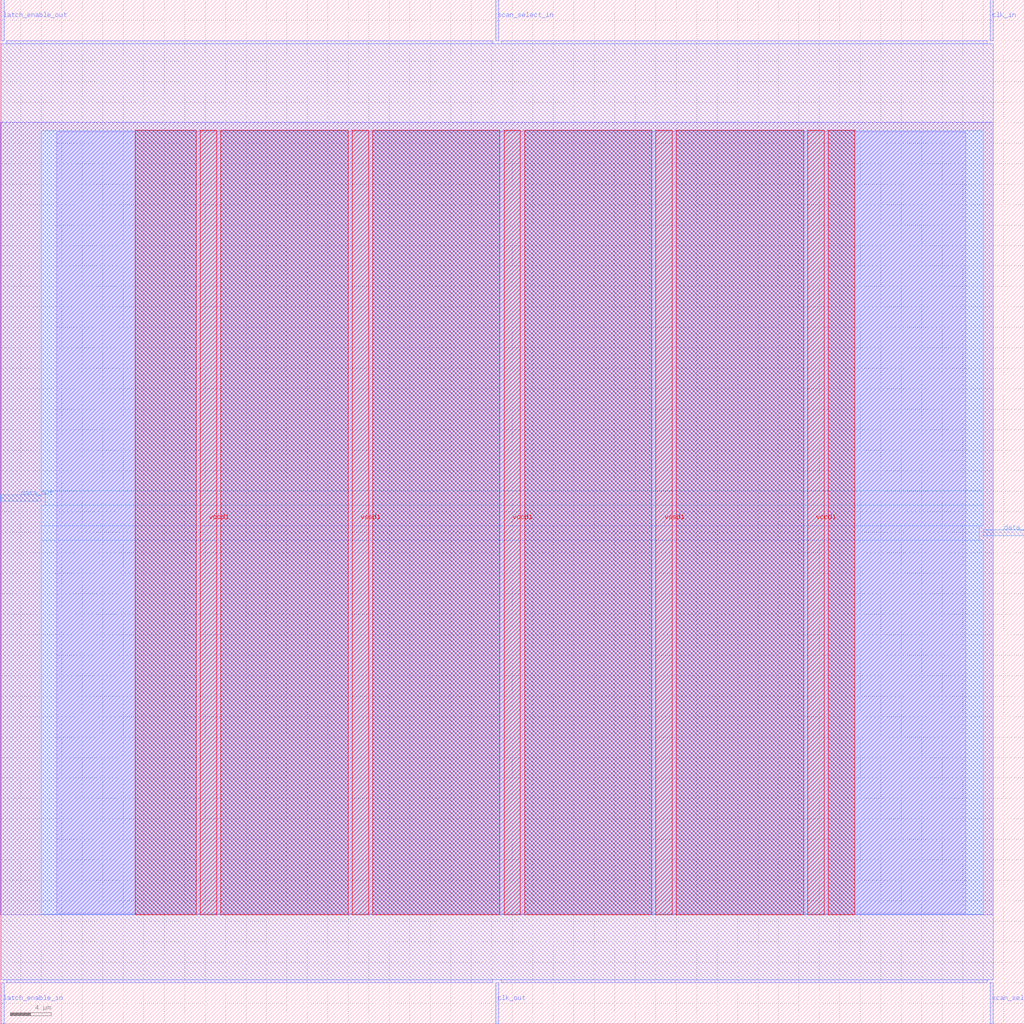
<source format=lef>
VERSION 5.7 ;
  NOWIREEXTENSIONATPIN ON ;
  DIVIDERCHAR "/" ;
  BUSBITCHARS "[]" ;
MACRO scan_wrapper_341193419111006803
  CLASS BLOCK ;
  FOREIGN scan_wrapper_341193419111006803 ;
  ORIGIN 0.000 0.000 ;
  SIZE 100.000 BY 100.000 ;
  PIN clk_in
    DIRECTION INPUT ;
    USE SIGNAL ;
    PORT
      LAYER met2 ;
        RECT 96.690 96.000 96.970 100.000 ;
    END
  END clk_in
  PIN clk_out
    DIRECTION OUTPUT TRISTATE ;
    USE SIGNAL ;
    PORT
      LAYER met2 ;
        RECT 48.390 0.000 48.670 4.000 ;
    END
  END clk_out
  PIN data_in
    DIRECTION INPUT ;
    USE SIGNAL ;
    PORT
      LAYER met3 ;
        RECT 96.000 47.640 100.000 48.240 ;
    END
  END data_in
  PIN data_out
    DIRECTION OUTPUT TRISTATE ;
    USE SIGNAL ;
    PORT
      LAYER met3 ;
        RECT 0.000 51.040 4.000 51.640 ;
    END
  END data_out
  PIN latch_enable_in
    DIRECTION INPUT ;
    USE SIGNAL ;
    PORT
      LAYER met2 ;
        RECT 0.090 0.000 0.370 4.000 ;
    END
  END latch_enable_in
  PIN latch_enable_out
    DIRECTION OUTPUT TRISTATE ;
    USE SIGNAL ;
    PORT
      LAYER met2 ;
        RECT 0.090 96.000 0.370 100.000 ;
    END
  END latch_enable_out
  PIN scan_select_in
    DIRECTION INPUT ;
    USE SIGNAL ;
    PORT
      LAYER met2 ;
        RECT 48.390 96.000 48.670 100.000 ;
    END
  END scan_select_in
  PIN scan_select_out
    DIRECTION OUTPUT TRISTATE ;
    USE SIGNAL ;
    PORT
      LAYER met2 ;
        RECT 96.690 0.000 96.970 4.000 ;
    END
  END scan_select_out
  PIN vccd1
    DIRECTION INPUT ;
    USE POWER ;
    PORT
      LAYER met4 ;
        RECT 19.550 10.640 21.150 87.280 ;
    END
    PORT
      LAYER met4 ;
        RECT 49.200 10.640 50.800 87.280 ;
    END
    PORT
      LAYER met4 ;
        RECT 78.855 10.640 80.455 87.280 ;
    END
  END vccd1
  PIN vssd1
    DIRECTION INPUT ;
    USE GROUND ;
    PORT
      LAYER met4 ;
        RECT 34.370 10.640 35.970 87.280 ;
    END
    PORT
      LAYER met4 ;
        RECT 64.025 10.640 65.625 87.280 ;
    END
  END vssd1
  OBS
      LAYER li1 ;
        RECT 5.520 10.795 94.300 87.125 ;
      LAYER met1 ;
        RECT 0.070 10.640 96.990 88.020 ;
      LAYER met2 ;
        RECT 0.650 95.720 48.110 96.000 ;
        RECT 48.950 95.720 96.410 96.000 ;
        RECT 0.100 4.280 96.960 95.720 ;
        RECT 0.650 4.000 48.110 4.280 ;
        RECT 48.950 4.000 96.410 4.280 ;
      LAYER met3 ;
        RECT 4.000 52.040 96.000 87.205 ;
        RECT 4.400 50.640 96.000 52.040 ;
        RECT 4.000 48.640 96.000 50.640 ;
        RECT 4.000 47.240 95.600 48.640 ;
        RECT 4.000 10.715 96.000 47.240 ;
      LAYER met4 ;
        RECT 13.175 10.640 19.150 87.280 ;
        RECT 21.550 10.640 33.970 87.280 ;
        RECT 36.370 10.640 48.800 87.280 ;
        RECT 51.200 10.640 63.625 87.280 ;
        RECT 66.025 10.640 78.455 87.280 ;
        RECT 80.855 10.640 83.425 87.280 ;
  END
END scan_wrapper_341193419111006803
END LIBRARY


</source>
